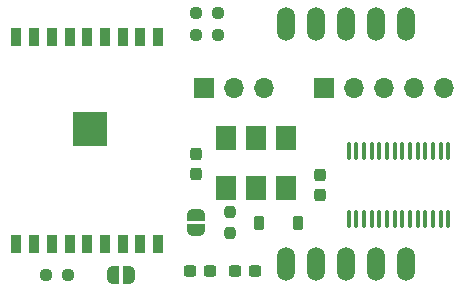
<source format=gts>
G04 #@! TF.GenerationSoftware,KiCad,Pcbnew,8.0.4*
G04 #@! TF.CreationDate,2024-08-01T12:17:22+02:00*
G04 #@! TF.ProjectId,UPET-Wifi,55504554-2d57-4696-9669-2e6b69636164,rev?*
G04 #@! TF.SameCoordinates,Original*
G04 #@! TF.FileFunction,Soldermask,Top*
G04 #@! TF.FilePolarity,Negative*
%FSLAX46Y46*%
G04 Gerber Fmt 4.6, Leading zero omitted, Abs format (unit mm)*
G04 Created by KiCad (PCBNEW 8.0.4) date 2024-08-01 12:17:22*
%MOMM*%
%LPD*%
G01*
G04 APERTURE LIST*
G04 Aperture macros list*
%AMRoundRect*
0 Rectangle with rounded corners*
0 $1 Rounding radius*
0 $2 $3 $4 $5 $6 $7 $8 $9 X,Y pos of 4 corners*
0 Add a 4 corners polygon primitive as box body*
4,1,4,$2,$3,$4,$5,$6,$7,$8,$9,$2,$3,0*
0 Add four circle primitives for the rounded corners*
1,1,$1+$1,$2,$3*
1,1,$1+$1,$4,$5*
1,1,$1+$1,$6,$7*
1,1,$1+$1,$8,$9*
0 Add four rect primitives between the rounded corners*
20,1,$1+$1,$2,$3,$4,$5,0*
20,1,$1+$1,$4,$5,$6,$7,0*
20,1,$1+$1,$6,$7,$8,$9,0*
20,1,$1+$1,$8,$9,$2,$3,0*%
%AMFreePoly0*
4,1,19,0.000000,0.744911,0.071157,0.744911,0.207708,0.704816,0.327430,0.627875,0.420627,0.520320,0.479746,0.390866,0.500000,0.250000,0.500000,-0.250000,0.479746,-0.390866,0.420627,-0.520320,0.327430,-0.627875,0.207708,-0.704816,0.071157,-0.744911,0.000000,-0.744911,0.000000,-0.750000,-0.500000,-0.750000,-0.500000,0.750000,0.000000,0.750000,0.000000,0.744911,0.000000,0.744911,
$1*%
%AMFreePoly1*
4,1,19,0.500000,-0.750000,0.000000,-0.750000,0.000000,-0.744911,-0.071157,-0.744911,-0.207708,-0.704816,-0.327430,-0.627875,-0.420627,-0.520320,-0.479746,-0.390866,-0.500000,-0.250000,-0.500000,0.250000,-0.479746,0.390866,-0.420627,0.520320,-0.327430,0.627875,-0.207708,0.704816,-0.071157,0.744911,0.000000,0.744911,0.000000,0.750000,0.500000,0.750000,0.500000,-0.750000,0.500000,-0.750000,
$1*%
G04 Aperture macros list end*
%ADD10RoundRect,0.237500X-0.237500X0.250000X-0.237500X-0.250000X0.237500X-0.250000X0.237500X0.250000X0*%
%ADD11R,0.900000X1.500000*%
%ADD12C,0.600000*%
%ADD13R,2.900000X2.900000*%
%ADD14O,1.524000X2.844800*%
%ADD15RoundRect,0.237500X-0.250000X-0.237500X0.250000X-0.237500X0.250000X0.237500X-0.250000X0.237500X0*%
%ADD16R,1.700000X1.700000*%
%ADD17O,1.700000X1.700000*%
%ADD18RoundRect,0.225000X0.225000X0.375000X-0.225000X0.375000X-0.225000X-0.375000X0.225000X-0.375000X0*%
%ADD19FreePoly0,180.000000*%
%ADD20FreePoly1,180.000000*%
%ADD21RoundRect,0.237500X0.237500X-0.300000X0.237500X0.300000X-0.237500X0.300000X-0.237500X-0.300000X0*%
%ADD22RoundRect,0.237500X-0.300000X-0.237500X0.300000X-0.237500X0.300000X0.237500X-0.300000X0.237500X0*%
%ADD23RoundRect,0.100000X0.100000X-0.637500X0.100000X0.637500X-0.100000X0.637500X-0.100000X-0.637500X0*%
%ADD24RoundRect,0.237500X0.300000X0.237500X-0.300000X0.237500X-0.300000X-0.237500X0.300000X-0.237500X0*%
%ADD25R,1.800000X2.000000*%
%ADD26FreePoly1,90.000000*%
%ADD27FreePoly0,90.000000*%
G04 APERTURE END LIST*
D10*
X136207500Y-101005000D03*
X136207500Y-102830000D03*
D11*
X118142500Y-103682500D03*
X119642500Y-103682500D03*
X121142500Y-103682500D03*
X122642500Y-103682500D03*
X124142500Y-103682500D03*
X125642500Y-103682500D03*
X127142500Y-103682500D03*
X128642500Y-103682500D03*
X130142500Y-103682500D03*
X130142500Y-86182500D03*
X128642500Y-86182500D03*
X127142500Y-86182500D03*
X125642500Y-86182500D03*
X124142500Y-86182500D03*
X122642500Y-86182500D03*
X121142500Y-86182500D03*
X119642500Y-86182500D03*
X118142500Y-86182500D03*
D12*
X123792500Y-95072500D03*
X124892500Y-95072500D03*
X123242500Y-94522500D03*
X124342500Y-94522500D03*
X125442500Y-94522500D03*
X123792500Y-93972500D03*
D13*
X124342500Y-93972500D03*
D12*
X124892500Y-93972500D03*
X123242500Y-93422500D03*
X124342500Y-93422500D03*
X125442500Y-93422500D03*
X123792500Y-92872500D03*
X124892500Y-92872500D03*
D14*
X151130000Y-85090000D03*
X148590000Y-85090000D03*
X146050000Y-85090000D03*
X143510000Y-85090000D03*
X140970000Y-85090000D03*
X140970000Y-105410000D03*
X143510000Y-105410000D03*
X146050000Y-105410000D03*
X148590000Y-105410000D03*
X151130000Y-105410000D03*
D15*
X133390000Y-84137500D03*
X135215000Y-84137500D03*
X133390000Y-86042500D03*
X135215000Y-86042500D03*
D16*
X144150000Y-90487500D03*
D17*
X146690000Y-90487500D03*
X149230000Y-90487500D03*
X151770000Y-90487500D03*
X154310000Y-90487500D03*
D16*
X133985000Y-90487500D03*
D17*
X136525000Y-90487500D03*
X139065000Y-90487500D03*
D18*
X141985000Y-101917500D03*
X138685000Y-101917500D03*
D19*
X126350000Y-106362500D03*
D20*
X127650000Y-106362500D03*
D15*
X122515000Y-106362500D03*
X120690000Y-106362500D03*
D21*
X143827500Y-99605000D03*
X143827500Y-97880000D03*
D22*
X136615000Y-106045000D03*
X138340000Y-106045000D03*
D23*
X146270000Y-101605000D03*
X146920000Y-101605000D03*
X147570000Y-101605000D03*
X148220000Y-101605000D03*
X148870000Y-101605000D03*
X149520000Y-101605000D03*
X150170000Y-101605000D03*
X150820000Y-101605000D03*
X151470000Y-101605000D03*
X152120000Y-101605000D03*
X152770000Y-101605000D03*
X153420000Y-101605000D03*
X154070000Y-101605000D03*
X154720000Y-101605000D03*
X154720000Y-95880000D03*
X154070000Y-95880000D03*
X153420000Y-95880000D03*
X152770000Y-95880000D03*
X152120000Y-95880000D03*
X151470000Y-95880000D03*
X150820000Y-95880000D03*
X150170000Y-95880000D03*
X149520000Y-95880000D03*
X148870000Y-95880000D03*
X148220000Y-95880000D03*
X147570000Y-95880000D03*
X146920000Y-95880000D03*
X146270000Y-95880000D03*
D24*
X134530000Y-106045000D03*
X132805000Y-106045000D03*
D25*
X135890000Y-98937500D03*
X138430000Y-98937500D03*
X140970000Y-98937500D03*
X140970000Y-94737500D03*
X138430000Y-94737500D03*
X135890000Y-94737500D03*
D26*
X133350000Y-102567500D03*
D27*
X133350000Y-101267500D03*
D21*
X133350000Y-97790000D03*
X133350000Y-96065000D03*
M02*

</source>
